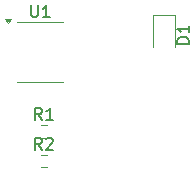
<source format=gbr>
%TF.GenerationSoftware,KiCad,Pcbnew,8.0.4*%
%TF.CreationDate,2024-09-24T22:01:12+02:00*%
%TF.ProjectId,blinker_v1_0,626c696e-6b65-4725-9f76-315f302e6b69,rev?*%
%TF.SameCoordinates,Original*%
%TF.FileFunction,Legend,Top*%
%TF.FilePolarity,Positive*%
%FSLAX46Y46*%
G04 Gerber Fmt 4.6, Leading zero omitted, Abs format (unit mm)*
G04 Created by KiCad (PCBNEW 8.0.4) date 2024-09-24 22:01:12*
%MOMM*%
%LPD*%
G01*
G04 APERTURE LIST*
%ADD10C,0.150000*%
%ADD11C,0.120000*%
G04 APERTURE END LIST*
D10*
X105238095Y-55054819D02*
X105238095Y-55864342D01*
X105238095Y-55864342D02*
X105285714Y-55959580D01*
X105285714Y-55959580D02*
X105333333Y-56007200D01*
X105333333Y-56007200D02*
X105428571Y-56054819D01*
X105428571Y-56054819D02*
X105619047Y-56054819D01*
X105619047Y-56054819D02*
X105714285Y-56007200D01*
X105714285Y-56007200D02*
X105761904Y-55959580D01*
X105761904Y-55959580D02*
X105809523Y-55864342D01*
X105809523Y-55864342D02*
X105809523Y-55054819D01*
X106809523Y-56054819D02*
X106238095Y-56054819D01*
X106523809Y-56054819D02*
X106523809Y-55054819D01*
X106523809Y-55054819D02*
X106428571Y-55197676D01*
X106428571Y-55197676D02*
X106333333Y-55292914D01*
X106333333Y-55292914D02*
X106238095Y-55340533D01*
X106145833Y-67269819D02*
X105812500Y-66793628D01*
X105574405Y-67269819D02*
X105574405Y-66269819D01*
X105574405Y-66269819D02*
X105955357Y-66269819D01*
X105955357Y-66269819D02*
X106050595Y-66317438D01*
X106050595Y-66317438D02*
X106098214Y-66365057D01*
X106098214Y-66365057D02*
X106145833Y-66460295D01*
X106145833Y-66460295D02*
X106145833Y-66603152D01*
X106145833Y-66603152D02*
X106098214Y-66698390D01*
X106098214Y-66698390D02*
X106050595Y-66746009D01*
X106050595Y-66746009D02*
X105955357Y-66793628D01*
X105955357Y-66793628D02*
X105574405Y-66793628D01*
X106526786Y-66365057D02*
X106574405Y-66317438D01*
X106574405Y-66317438D02*
X106669643Y-66269819D01*
X106669643Y-66269819D02*
X106907738Y-66269819D01*
X106907738Y-66269819D02*
X107002976Y-66317438D01*
X107002976Y-66317438D02*
X107050595Y-66365057D01*
X107050595Y-66365057D02*
X107098214Y-66460295D01*
X107098214Y-66460295D02*
X107098214Y-66555533D01*
X107098214Y-66555533D02*
X107050595Y-66698390D01*
X107050595Y-66698390D02*
X106479167Y-67269819D01*
X106479167Y-67269819D02*
X107098214Y-67269819D01*
X106145833Y-64759819D02*
X105812500Y-64283628D01*
X105574405Y-64759819D02*
X105574405Y-63759819D01*
X105574405Y-63759819D02*
X105955357Y-63759819D01*
X105955357Y-63759819D02*
X106050595Y-63807438D01*
X106050595Y-63807438D02*
X106098214Y-63855057D01*
X106098214Y-63855057D02*
X106145833Y-63950295D01*
X106145833Y-63950295D02*
X106145833Y-64093152D01*
X106145833Y-64093152D02*
X106098214Y-64188390D01*
X106098214Y-64188390D02*
X106050595Y-64236009D01*
X106050595Y-64236009D02*
X105955357Y-64283628D01*
X105955357Y-64283628D02*
X105574405Y-64283628D01*
X107098214Y-64759819D02*
X106526786Y-64759819D01*
X106812500Y-64759819D02*
X106812500Y-63759819D01*
X106812500Y-63759819D02*
X106717262Y-63902676D01*
X106717262Y-63902676D02*
X106622024Y-63997914D01*
X106622024Y-63997914D02*
X106526786Y-64045533D01*
X118604819Y-58300594D02*
X117604819Y-58300594D01*
X117604819Y-58300594D02*
X117604819Y-58062499D01*
X117604819Y-58062499D02*
X117652438Y-57919642D01*
X117652438Y-57919642D02*
X117747676Y-57824404D01*
X117747676Y-57824404D02*
X117842914Y-57776785D01*
X117842914Y-57776785D02*
X118033390Y-57729166D01*
X118033390Y-57729166D02*
X118176247Y-57729166D01*
X118176247Y-57729166D02*
X118366723Y-57776785D01*
X118366723Y-57776785D02*
X118461961Y-57824404D01*
X118461961Y-57824404D02*
X118557200Y-57919642D01*
X118557200Y-57919642D02*
X118604819Y-58062499D01*
X118604819Y-58062499D02*
X118604819Y-58300594D01*
X118604819Y-56776785D02*
X118604819Y-57348213D01*
X118604819Y-57062499D02*
X117604819Y-57062499D01*
X117604819Y-57062499D02*
X117747676Y-57157737D01*
X117747676Y-57157737D02*
X117842914Y-57252975D01*
X117842914Y-57252975D02*
X117890533Y-57348213D01*
D11*
%TO.C,U1*%
X106000000Y-56440000D02*
X104050000Y-56440000D01*
X106000000Y-56440000D02*
X107950000Y-56440000D01*
X106000000Y-61560000D02*
X104050000Y-61560000D01*
X106000000Y-61560000D02*
X107950000Y-61560000D01*
X103300000Y-56535000D02*
X103060000Y-56205000D01*
X103540000Y-56205000D01*
X103300000Y-56535000D01*
G36*
X103300000Y-56535000D02*
G01*
X103060000Y-56205000D01*
X103540000Y-56205000D01*
X103300000Y-56535000D01*
G37*
%TO.C,R2*%
X106075242Y-67722500D02*
X106549758Y-67722500D01*
X106075242Y-68767500D02*
X106549758Y-68767500D01*
%TO.C,R1*%
X106075242Y-65212500D02*
X106549758Y-65212500D01*
X106075242Y-66257500D02*
X106549758Y-66257500D01*
%TO.C,D1*%
X117460000Y-55877500D02*
X115540000Y-55877500D01*
X115540000Y-55877500D02*
X115540000Y-58562500D01*
X117460000Y-58562500D02*
X117460000Y-55877500D01*
%TD*%
M02*

</source>
